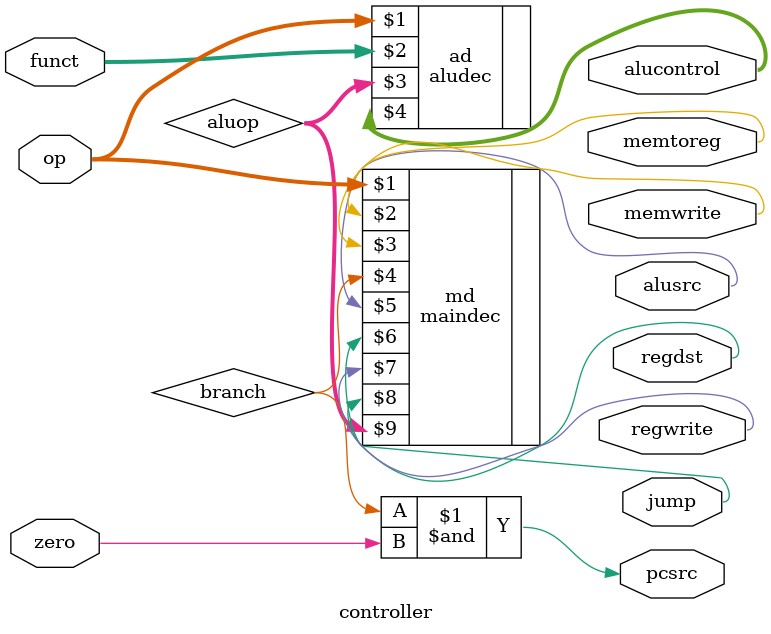
<source format=sv>
`timescale 1ns / 1ps
module controller(input  logic [5:0] op, funct,
                  input  logic       zero,
                  output logic       memtoreg, memwrite,
                  output logic       pcsrc, alusrc,
                  output logic       regdst, regwrite,
                  output logic       jump,
                  output logic [3:0] alucontrol);

  logic [1:0] aluop;
  logic       branch;

  maindec md(op, memtoreg, memwrite, branch,
             alusrc, regdst, regwrite, jump, aluop);
  aludec  ad(op, funct, aluop, alucontrol);

  assign pcsrc = branch & zero;
endmodule
</source>
